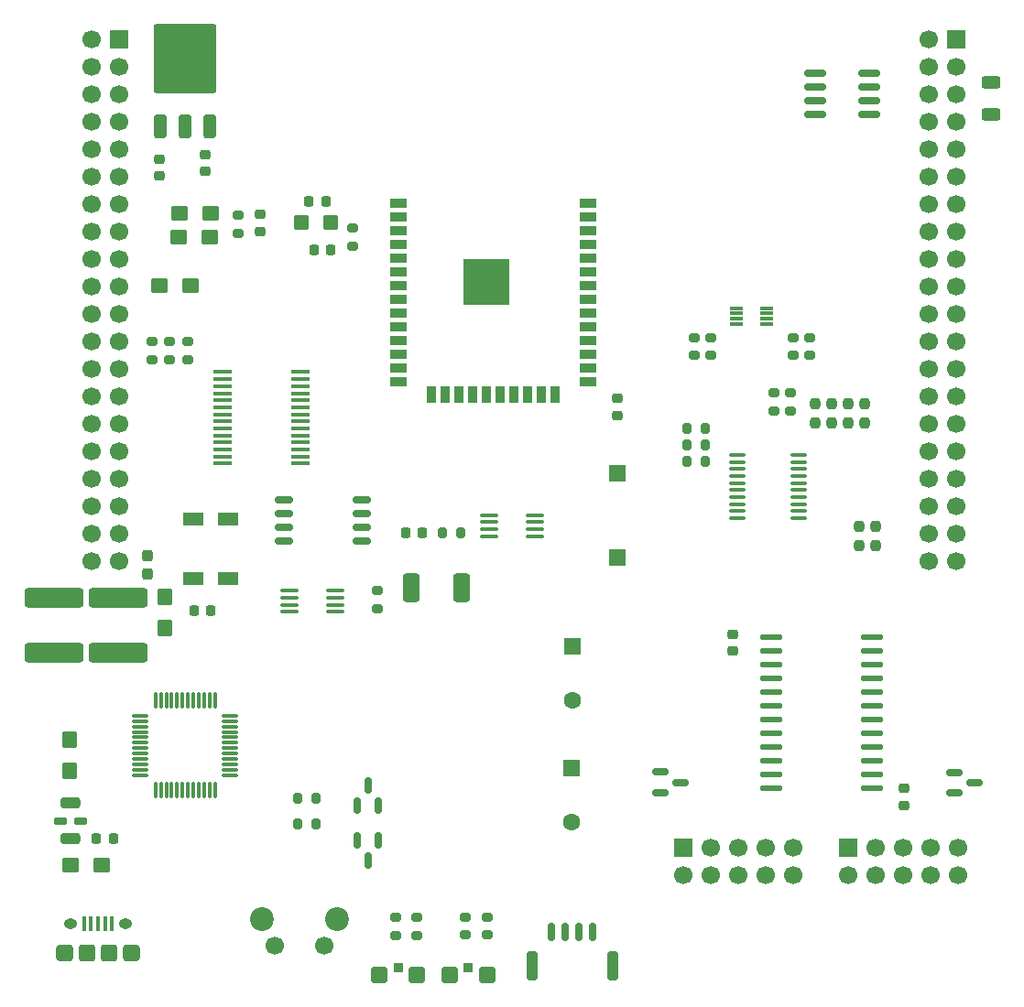
<source format=gts>
%TF.GenerationSoftware,KiCad,Pcbnew,9.0.6-9.0.6~ubuntu25.04.1*%
%TF.CreationDate,2025-12-03T21:27:17+01:00*%
%TF.ProjectId,CPU,4350552e-6b69-4636-9164-5f7063625858,V0.4*%
%TF.SameCoordinates,Original*%
%TF.FileFunction,Soldermask,Top*%
%TF.FilePolarity,Negative*%
%FSLAX46Y46*%
G04 Gerber Fmt 4.6, Leading zero omitted, Abs format (unit mm)*
G04 Created by KiCad (PCBNEW 9.0.6-9.0.6~ubuntu25.04.1) date 2025-12-03 21:27:17*
%MOMM*%
%LPD*%
G01*
G04 APERTURE LIST*
G04 Aperture macros list*
%AMRoundRect*
0 Rectangle with rounded corners*
0 $1 Rounding radius*
0 $2 $3 $4 $5 $6 $7 $8 $9 X,Y pos of 4 corners*
0 Add a 4 corners polygon primitive as box body*
4,1,4,$2,$3,$4,$5,$6,$7,$8,$9,$2,$3,0*
0 Add four circle primitives for the rounded corners*
1,1,$1+$1,$2,$3*
1,1,$1+$1,$4,$5*
1,1,$1+$1,$6,$7*
1,1,$1+$1,$8,$9*
0 Add four rect primitives between the rounded corners*
20,1,$1+$1,$2,$3,$4,$5,0*
20,1,$1+$1,$4,$5,$6,$7,0*
20,1,$1+$1,$6,$7,$8,$9,0*
20,1,$1+$1,$8,$9,$2,$3,0*%
G04 Aperture macros list end*
%ADD10RoundRect,0.225000X-0.250000X0.225000X-0.250000X-0.225000X0.250000X-0.225000X0.250000X0.225000X0*%
%ADD11R,1.900000X1.300000*%
%ADD12RoundRect,0.200000X0.275000X-0.200000X0.275000X0.200000X-0.275000X0.200000X-0.275000X-0.200000X0*%
%ADD13RoundRect,0.250000X0.457500X0.445000X-0.457500X0.445000X-0.457500X-0.445000X0.457500X-0.445000X0*%
%ADD14RoundRect,0.200000X-0.200000X-0.275000X0.200000X-0.275000X0.200000X0.275000X-0.200000X0.275000X0*%
%ADD15RoundRect,0.225000X0.250000X-0.225000X0.250000X0.225000X-0.250000X0.225000X-0.250000X-0.225000X0*%
%ADD16RoundRect,0.250000X0.500000X0.500000X-0.500000X0.500000X-0.500000X-0.500000X0.500000X-0.500000X0*%
%ADD17RoundRect,0.225000X0.225000X0.225000X-0.225000X0.225000X-0.225000X-0.225000X0.225000X-0.225000X0*%
%ADD18RoundRect,0.249999X-0.512501X-1.075001X0.512501X-1.075001X0.512501X1.075001X-0.512501X1.075001X0*%
%ADD19R,1.600000X1.600000*%
%ADD20C,1.600000*%
%ADD21RoundRect,0.250000X0.445000X-0.545000X0.445000X0.545000X-0.445000X0.545000X-0.445000X-0.545000X0*%
%ADD22RoundRect,0.100000X-0.637500X-0.100000X0.637500X-0.100000X0.637500X0.100000X-0.637500X0.100000X0*%
%ADD23RoundRect,0.250000X-0.545000X-0.445000X0.545000X-0.445000X0.545000X0.445000X-0.545000X0.445000X0*%
%ADD24R,1.500000X0.900000*%
%ADD25R,0.900000X1.500000*%
%ADD26C,0.600000*%
%ADD27R,4.200000X4.200000*%
%ADD28RoundRect,0.218750X0.218750X0.256250X-0.218750X0.256250X-0.218750X-0.256250X0.218750X-0.256250X0*%
%ADD29RoundRect,0.237500X0.237500X-0.250000X0.237500X0.250000X-0.237500X0.250000X-0.237500X-0.250000X0*%
%ADD30R,1.700000X1.700000*%
%ADD31C,1.700000*%
%ADD32RoundRect,0.250000X0.350000X-0.850000X0.350000X0.850000X-0.350000X0.850000X-0.350000X-0.850000X0*%
%ADD33RoundRect,0.249997X2.650003X-2.950003X2.650003X2.950003X-2.650003X2.950003X-2.650003X-2.950003X0*%
%ADD34RoundRect,0.200000X0.200000X0.275000X-0.200000X0.275000X-0.200000X-0.275000X0.200000X-0.275000X0*%
%ADD35RoundRect,0.250000X0.625000X-0.312500X0.625000X0.312500X-0.625000X0.312500X-0.625000X-0.312500X0*%
%ADD36RoundRect,0.237500X-0.237500X0.250000X-0.237500X-0.250000X0.237500X-0.250000X0.237500X0.250000X0*%
%ADD37RoundRect,0.100000X-0.712500X-0.100000X0.712500X-0.100000X0.712500X0.100000X-0.712500X0.100000X0*%
%ADD38RoundRect,0.162500X-0.650000X-0.162500X0.650000X-0.162500X0.650000X0.162500X-0.650000X0.162500X0*%
%ADD39RoundRect,0.237500X0.237500X-0.300000X0.237500X0.300000X-0.237500X0.300000X-0.237500X-0.300000X0*%
%ADD40RoundRect,0.100000X-0.100000X-0.575000X0.100000X-0.575000X0.100000X0.575000X-0.100000X0.575000X0*%
%ADD41O,0.890000X1.550000*%
%ADD42RoundRect,0.250000X-0.475000X-0.525000X0.475000X-0.525000X0.475000X0.525000X-0.475000X0.525000X0*%
%ADD43O,1.250000X0.950000*%
%ADD44RoundRect,0.250000X-0.500000X-0.525000X0.500000X-0.525000X0.500000X0.525000X-0.500000X0.525000X0*%
%ADD45C,2.200000*%
%ADD46RoundRect,0.225000X0.225000X0.250000X-0.225000X0.250000X-0.225000X-0.250000X0.225000X-0.250000X0*%
%ADD47RoundRect,0.137500X-0.862500X-0.137500X0.862500X-0.137500X0.862500X0.137500X-0.862500X0.137500X0*%
%ADD48RoundRect,0.150000X-0.587500X-0.150000X0.587500X-0.150000X0.587500X0.150000X-0.587500X0.150000X0*%
%ADD49RoundRect,0.200000X-0.275000X0.200000X-0.275000X-0.200000X0.275000X-0.200000X0.275000X0.200000X0*%
%ADD50R,1.500000X1.500000*%
%ADD51RoundRect,0.218750X0.256250X-0.218750X0.256250X0.218750X-0.256250X0.218750X-0.256250X-0.218750X0*%
%ADD52RoundRect,0.150000X0.150000X-0.587500X0.150000X0.587500X-0.150000X0.587500X-0.150000X-0.587500X0*%
%ADD53RoundRect,0.225000X-0.225000X-0.250000X0.225000X-0.250000X0.225000X0.250000X-0.225000X0.250000X0*%
%ADD54R,1.750000X0.450000*%
%ADD55RoundRect,0.150000X-0.825000X-0.150000X0.825000X-0.150000X0.825000X0.150000X-0.825000X0.150000X0*%
%ADD56RoundRect,0.250000X-0.445000X0.545000X-0.445000X-0.545000X0.445000X-0.545000X0.445000X0.545000X0*%
%ADD57RoundRect,0.150000X-0.150000X-0.700000X0.150000X-0.700000X0.150000X0.700000X-0.150000X0.700000X0*%
%ADD58RoundRect,0.250000X-0.250000X-1.100000X0.250000X-1.100000X0.250000X1.100000X-0.250000X1.100000X0*%
%ADD59RoundRect,0.250000X-2.450000X0.650000X-2.450000X-0.650000X2.450000X-0.650000X2.450000X0.650000X0*%
%ADD60RoundRect,0.075000X0.662500X0.075000X-0.662500X0.075000X-0.662500X-0.075000X0.662500X-0.075000X0*%
%ADD61RoundRect,0.075000X0.075000X0.662500X-0.075000X0.662500X-0.075000X-0.662500X0.075000X-0.662500X0*%
%ADD62RoundRect,0.249600X0.650400X-0.270400X0.650400X0.270400X-0.650400X0.270400X-0.650400X-0.270400X0*%
%ADD63RoundRect,0.152500X0.470000X-0.152500X0.470000X0.152500X-0.470000X0.152500X-0.470000X-0.152500X0*%
%ADD64C,0.610000*%
%ADD65RoundRect,0.087500X-0.537500X-0.087500X0.537500X-0.087500X0.537500X0.087500X-0.537500X0.087500X0*%
%ADD66RoundRect,0.150000X-0.150000X0.587500X-0.150000X-0.587500X0.150000X-0.587500X0.150000X0.587500X0*%
G04 APERTURE END LIST*
D10*
%TO.C,C601*%
X170544000Y-138945000D03*
X170544000Y-140495000D03*
%TD*%
D11*
%TO.C,Y201*%
X108076800Y-119513800D03*
X108076800Y-114013800D03*
X104876800Y-114013800D03*
X104876800Y-119513800D03*
%TD*%
D12*
%TO.C,R203*%
X151138000Y-98869000D03*
X151138000Y-97219000D03*
%TD*%
%TO.C,R219*%
X160028000Y-104012000D03*
X160028000Y-102362000D03*
%TD*%
D13*
%TO.C,C402*%
X117594000Y-86620000D03*
X114889000Y-86620000D03*
%TD*%
D14*
%TO.C,R415*%
X114550000Y-142200000D03*
X116200000Y-142200000D03*
%TD*%
D15*
%TO.C,C602*%
X154746000Y-126220000D03*
X154746000Y-124670000D03*
%TD*%
D16*
%TO.C,D404*%
X125544000Y-156170000D03*
X122044000Y-156170000D03*
D17*
X123794000Y-155520000D03*
%TD*%
D18*
%TO.C,D201*%
X124969000Y-120320000D03*
X129644000Y-120320000D03*
%TD*%
D19*
%TO.C,C201*%
X139950000Y-125741067D03*
D20*
X139950000Y-130741067D03*
%TD*%
D21*
%TO.C,C408*%
X102209600Y-124045800D03*
X102209600Y-121165800D03*
%TD*%
D22*
%TO.C,U204*%
X155133500Y-108073000D03*
X155133500Y-108723000D03*
X155133500Y-109373000D03*
X155133500Y-110023000D03*
X155133500Y-110673000D03*
X155133500Y-111323000D03*
X155133500Y-111973000D03*
X155133500Y-112623000D03*
X155133500Y-113273000D03*
X155133500Y-113923000D03*
X160858500Y-113923000D03*
X160858500Y-113273000D03*
X160858500Y-112623000D03*
X160858500Y-111973000D03*
X160858500Y-111323000D03*
X160858500Y-110673000D03*
X160858500Y-110023000D03*
X160858500Y-109373000D03*
X160858500Y-108723000D03*
X160858500Y-108073000D03*
%TD*%
D14*
%TO.C,R416*%
X114550000Y-139850000D03*
X116200000Y-139850000D03*
%TD*%
D10*
%TO.C,C302*%
X105926000Y-80302000D03*
X105926000Y-81852000D03*
%TD*%
D23*
%TO.C,C306*%
X93513000Y-146024600D03*
X96393000Y-146024600D03*
%TD*%
D12*
%TO.C,R220*%
X158504000Y-104012000D03*
X158504000Y-102362000D03*
%TD*%
%TO.C,R401*%
X119594000Y-88770000D03*
X119594000Y-87120000D03*
%TD*%
D24*
%TO.C,U401*%
X123844000Y-84770000D03*
X123844000Y-86040000D03*
X123844000Y-87310000D03*
X123844000Y-88580000D03*
X123844000Y-89850000D03*
X123844000Y-91120000D03*
X123844000Y-92390000D03*
X123844000Y-93660000D03*
X123844000Y-94930000D03*
X123844000Y-96200000D03*
X123844000Y-97470000D03*
X123844000Y-98740000D03*
X123844000Y-100010000D03*
X123844000Y-101280000D03*
D25*
X126884000Y-102530000D03*
X128154000Y-102530000D03*
X129424000Y-102530000D03*
X130694000Y-102530000D03*
X131964000Y-102530000D03*
X133234000Y-102530000D03*
X134504000Y-102530000D03*
X135774000Y-102530000D03*
X137044000Y-102530000D03*
X138314000Y-102530000D03*
D24*
X141344000Y-101280000D03*
X141344000Y-100010000D03*
X141344000Y-98740000D03*
X141344000Y-97470000D03*
X141344000Y-96200000D03*
X141344000Y-94930000D03*
X141344000Y-93660000D03*
X141344000Y-92390000D03*
X141344000Y-91120000D03*
X141344000Y-89850000D03*
X141344000Y-88580000D03*
X141344000Y-87310000D03*
X141344000Y-86040000D03*
X141344000Y-84770000D03*
D26*
X130389000Y-91347500D03*
X130389000Y-92872500D03*
X131151500Y-90585000D03*
X131151500Y-92110000D03*
X131151500Y-93635000D03*
X131914000Y-91347500D03*
D27*
X131914000Y-92110000D03*
D26*
X131914000Y-92872500D03*
X132676500Y-90585000D03*
X132676500Y-92110000D03*
X132676500Y-93635000D03*
X133439000Y-91347500D03*
X133439000Y-92872500D03*
%TD*%
D28*
%TO.C,D202*%
X126043000Y-115316000D03*
X124468000Y-115316000D03*
%TD*%
D29*
%TO.C,R217*%
X167902000Y-116482500D03*
X167902000Y-114657500D03*
%TD*%
D30*
%TO.C,J602*%
X150154000Y-144445000D03*
D31*
X150154000Y-146985000D03*
X152694000Y-144445000D03*
X152694000Y-146985000D03*
X155234000Y-144445000D03*
X155234000Y-146985000D03*
X157774000Y-144445000D03*
X157774000Y-146985000D03*
X160314000Y-144445000D03*
X160314000Y-146985000D03*
%TD*%
D12*
%TO.C,R411*%
X130032500Y-152467000D03*
X130032500Y-150817000D03*
%TD*%
D14*
%TO.C,R204*%
X127898000Y-115316000D03*
X129548000Y-115316000D03*
%TD*%
D32*
%TO.C,U301*%
X101836500Y-77720000D03*
X104116500Y-77720000D03*
D33*
X104116500Y-71420000D03*
D32*
X106396500Y-77720000D03*
%TD*%
D12*
%TO.C,R301*%
X109006000Y-87577000D03*
X109006000Y-85927000D03*
%TD*%
D34*
%TO.C,R214*%
X152154000Y-105664000D03*
X150504000Y-105664000D03*
%TD*%
D35*
%TO.C,R410*%
X178570000Y-76585000D03*
X178570000Y-73660000D03*
%TD*%
D16*
%TO.C,D403*%
X132044000Y-156157500D03*
X128544000Y-156157500D03*
D17*
X130294000Y-155507500D03*
%TD*%
D36*
%TO.C,R209*%
X163838000Y-103331000D03*
X163838000Y-105156000D03*
%TD*%
D37*
%TO.C,U201*%
X132231500Y-113645000D03*
X132231500Y-114295000D03*
X132231500Y-114945000D03*
X132231500Y-115595000D03*
X136456500Y-115595000D03*
X136456500Y-114945000D03*
X136456500Y-114295000D03*
X136456500Y-113645000D03*
%TD*%
D38*
%TO.C,U207*%
X113256500Y-112215000D03*
X113256500Y-113485000D03*
X113256500Y-114755000D03*
X113256500Y-116025000D03*
X120431500Y-116025000D03*
X120431500Y-114755000D03*
X120431500Y-113485000D03*
X120431500Y-112215000D03*
%TD*%
D34*
%TO.C,R218*%
X152154000Y-108712000D03*
X150504000Y-108712000D03*
%TD*%
%TO.C,R216*%
X152154000Y-107188000D03*
X150504000Y-107188000D03*
%TD*%
D12*
%TO.C,R413*%
X123544000Y-152495000D03*
X123544000Y-150845000D03*
%TD*%
D36*
%TO.C,R211*%
X165362000Y-103331000D03*
X165362000Y-105156000D03*
%TD*%
D23*
%TO.C,C301*%
X103564000Y-85720000D03*
X106444000Y-85720000D03*
%TD*%
D39*
%TO.C,C410*%
X100660200Y-119098400D03*
X100660200Y-117373400D03*
%TD*%
D12*
%TO.C,R412*%
X132044000Y-152482500D03*
X132044000Y-150832500D03*
%TD*%
D40*
%TO.C,J101*%
X94752000Y-151409400D03*
X95402000Y-151409400D03*
X96052000Y-151409400D03*
X96702000Y-151409400D03*
X97352000Y-151409400D03*
D41*
X92552000Y-154109400D03*
D42*
X93027000Y-154109400D03*
D43*
X93552000Y-151409400D03*
D44*
X95052000Y-154109400D03*
X97052000Y-154109400D03*
D43*
X98552000Y-151409400D03*
D42*
X99077000Y-154109400D03*
D41*
X99552000Y-154109400D03*
%TD*%
D10*
%TO.C,C404*%
X144026000Y-102857000D03*
X144026000Y-104407000D03*
%TD*%
D45*
%TO.C,SW102*%
X118174000Y-150990000D03*
X111174000Y-150990000D03*
D31*
X116924000Y-153490000D03*
X112424000Y-153490000D03*
%TD*%
D46*
%TO.C,C401*%
X117594000Y-89120000D03*
X116044000Y-89120000D03*
%TD*%
D37*
%TO.C,U203*%
X113731500Y-120645000D03*
X113731500Y-121295000D03*
X113731500Y-121945000D03*
X113731500Y-122595000D03*
X117956500Y-122595000D03*
X117956500Y-121945000D03*
X117956500Y-121295000D03*
X117956500Y-120645000D03*
%TD*%
D47*
%TO.C,U601*%
X158317500Y-124924000D03*
X158317500Y-126194000D03*
X158317500Y-127464000D03*
X158317500Y-128734000D03*
X158317500Y-130004000D03*
X158317500Y-131274000D03*
X158317500Y-132544000D03*
X158317500Y-133814000D03*
X158317500Y-135084000D03*
X158317500Y-136354000D03*
X158317500Y-137624000D03*
X158317500Y-138894000D03*
X167617500Y-138894000D03*
X167617500Y-137624000D03*
X167617500Y-136354000D03*
X167617500Y-135084000D03*
X167617500Y-133814000D03*
X167617500Y-132544000D03*
X167617500Y-131274000D03*
X167617500Y-130004000D03*
X167617500Y-128734000D03*
X167617500Y-127464000D03*
X167617500Y-126194000D03*
X167617500Y-124924000D03*
%TD*%
D48*
%TO.C,Q602*%
X148006500Y-137420000D03*
X148006500Y-139320000D03*
X149881500Y-138370000D03*
%TD*%
%TO.C,Q601*%
X175223000Y-137436000D03*
X175223000Y-139336000D03*
X177098000Y-138386000D03*
%TD*%
D12*
%TO.C,R206*%
X160282000Y-98869000D03*
X160282000Y-97219000D03*
%TD*%
D46*
%TO.C,C403*%
X117094000Y-84620000D03*
X115544000Y-84620000D03*
%TD*%
D49*
%TO.C,R201*%
X121894000Y-120645000D03*
X121894000Y-122295000D03*
%TD*%
D50*
%TO.C,SW101*%
X144026000Y-117602000D03*
X144026000Y-109802000D03*
%TD*%
D51*
%TO.C,D301*%
X111006000Y-87427000D03*
X111006000Y-85852000D03*
%TD*%
D12*
%TO.C,R210*%
X102674000Y-99247000D03*
X102674000Y-97597000D03*
%TD*%
D29*
%TO.C,R215*%
X166378000Y-116482500D03*
X166378000Y-114657500D03*
%TD*%
D19*
%TO.C,C202*%
X139850000Y-137050000D03*
D20*
X139850000Y-142050000D03*
%TD*%
D52*
%TO.C,Q401*%
X120050000Y-140550000D03*
X121950000Y-140550000D03*
X121000000Y-138675000D03*
%TD*%
D12*
%TO.C,R212*%
X104325000Y-99247000D03*
X104325000Y-97597000D03*
%TD*%
D53*
%TO.C,C203*%
X104952800Y-122478800D03*
X106502800Y-122478800D03*
%TD*%
D36*
%TO.C,R208*%
X162314000Y-103331000D03*
X162314000Y-105156000D03*
%TD*%
D54*
%TO.C,U205*%
X114783000Y-108870000D03*
X114783000Y-108220000D03*
X114783000Y-107570000D03*
X114783000Y-106920000D03*
X114783000Y-106270000D03*
X114783000Y-105620000D03*
X114783000Y-104970000D03*
X114783000Y-104320000D03*
X114783000Y-103670000D03*
X114783000Y-103020000D03*
X114783000Y-102370000D03*
X114783000Y-101720000D03*
X114783000Y-101070000D03*
X114783000Y-100420000D03*
X107583000Y-100420000D03*
X107583000Y-101070000D03*
X107583000Y-101720000D03*
X107583000Y-102370000D03*
X107583000Y-103020000D03*
X107583000Y-103670000D03*
X107583000Y-104320000D03*
X107583000Y-104970000D03*
X107583000Y-105620000D03*
X107583000Y-106270000D03*
X107583000Y-106920000D03*
X107583000Y-107570000D03*
X107583000Y-108220000D03*
X107583000Y-108870000D03*
%TD*%
D23*
%TO.C,C304*%
X101764000Y-92420000D03*
X104644000Y-92420000D03*
%TD*%
D55*
%TO.C,U403*%
X162379000Y-72771000D03*
X162379000Y-74041000D03*
X162379000Y-75311000D03*
X162379000Y-76581000D03*
X167329000Y-76581000D03*
X167329000Y-75311000D03*
X167329000Y-74041000D03*
X167329000Y-72771000D03*
%TD*%
D56*
%TO.C,C409*%
X93446600Y-134424600D03*
X93446600Y-137304600D03*
%TD*%
D57*
%TO.C,J102*%
X137994000Y-152170000D03*
X139244000Y-152170000D03*
X140494000Y-152170000D03*
X141744000Y-152170000D03*
D58*
X136144000Y-155370000D03*
X143594000Y-155370000D03*
%TD*%
D59*
%TO.C,L401*%
X97942400Y-121275000D03*
X97942400Y-126375000D03*
%TD*%
D60*
%TO.C,U402*%
X108273100Y-137697950D03*
X108273100Y-137197950D03*
X108273100Y-136697950D03*
X108273100Y-136197950D03*
X108273100Y-135697950D03*
X108273100Y-135197950D03*
X108273100Y-134697950D03*
X108273100Y-134197950D03*
X108273100Y-133697950D03*
X108273100Y-133197950D03*
X108273100Y-132697950D03*
X108273100Y-132197950D03*
D61*
X106860600Y-130785450D03*
X106360600Y-130785450D03*
X105860600Y-130785450D03*
X105360600Y-130785450D03*
X104860600Y-130785450D03*
X104360600Y-130785450D03*
X103860600Y-130785450D03*
X103360600Y-130785450D03*
X102860600Y-130785450D03*
X102360600Y-130785450D03*
X101860600Y-130785450D03*
X101360600Y-130785450D03*
D60*
X99948100Y-132197950D03*
X99948100Y-132697950D03*
X99948100Y-133197950D03*
X99948100Y-133697950D03*
X99948100Y-134197950D03*
X99948100Y-134697950D03*
X99948100Y-135197950D03*
X99948100Y-135697950D03*
X99948100Y-136197950D03*
X99948100Y-136697950D03*
X99948100Y-137197950D03*
X99948100Y-137697950D03*
D61*
X101360600Y-139110450D03*
X101860600Y-139110450D03*
X102360600Y-139110450D03*
X102860600Y-139110450D03*
X103360600Y-139110450D03*
X103860600Y-139110450D03*
X104360600Y-139110450D03*
X104860600Y-139110450D03*
X105360600Y-139110450D03*
X105860600Y-139110450D03*
X106360600Y-139110450D03*
X106860600Y-139110450D03*
%TD*%
D62*
%TO.C,FL301*%
X93509700Y-143534800D03*
D63*
X94437200Y-141909800D03*
D64*
X94614700Y-141909800D03*
D62*
X93509700Y-140284800D03*
D64*
X92404700Y-141909800D03*
D63*
X92582200Y-141909800D03*
%TD*%
D65*
%TO.C,U202*%
X155072000Y-94500000D03*
X155072000Y-95000000D03*
X155072000Y-95500000D03*
X155072000Y-96000000D03*
X157872000Y-96000000D03*
X157872000Y-95500000D03*
X157872000Y-95000000D03*
X157872000Y-94500000D03*
%TD*%
D12*
%TO.C,R207*%
X101023000Y-99247000D03*
X101023000Y-97597000D03*
%TD*%
%TO.C,R414*%
X125544000Y-152495000D03*
X125544000Y-150845000D03*
%TD*%
D30*
%TO.C,J501*%
X97984000Y-69620000D03*
D31*
X95444000Y-69620000D03*
X97984000Y-72160000D03*
X95444000Y-72160000D03*
X97984000Y-74700000D03*
X95444000Y-74700000D03*
X97984000Y-77240000D03*
X95444000Y-77240000D03*
X97984000Y-79780000D03*
X95444000Y-79780000D03*
X97984000Y-82320000D03*
X95444000Y-82320000D03*
X97984000Y-84860000D03*
X95444000Y-84860000D03*
X97984000Y-87400000D03*
X95444000Y-87400000D03*
X97984000Y-89940000D03*
X95444000Y-89940000D03*
X97984000Y-92480000D03*
X95444000Y-92480000D03*
X97984000Y-95020000D03*
X95444000Y-95020000D03*
X97984000Y-97560000D03*
X95444000Y-97560000D03*
X97984000Y-100100000D03*
X95444000Y-100100000D03*
X97984000Y-102640000D03*
X95444000Y-102640000D03*
X97984000Y-105180000D03*
X95444000Y-105180000D03*
X97984000Y-107720000D03*
X95444000Y-107720000D03*
X97984000Y-110260000D03*
X95444000Y-110260000D03*
X97984000Y-112800000D03*
X95444000Y-112800000D03*
X97984000Y-115340000D03*
X95444000Y-115340000D03*
X97984000Y-117880000D03*
X95444000Y-117880000D03*
%TD*%
D23*
%TO.C,C305*%
X103514000Y-87920000D03*
X106394000Y-87920000D03*
%TD*%
D36*
%TO.C,R213*%
X166886000Y-103331000D03*
X166886000Y-105156000D03*
%TD*%
D53*
%TO.C,C307*%
X95909800Y-143560800D03*
X97459800Y-143560800D03*
%TD*%
D30*
%TO.C,J601*%
X165394000Y-144445000D03*
D31*
X165394000Y-146985000D03*
X167934000Y-144445000D03*
X167934000Y-146985000D03*
X170474000Y-144445000D03*
X170474000Y-146985000D03*
X173014000Y-144445000D03*
X173014000Y-146985000D03*
X175554000Y-144445000D03*
X175554000Y-146985000D03*
%TD*%
D12*
%TO.C,R202*%
X152662000Y-98869000D03*
X152662000Y-97219000D03*
%TD*%
D66*
%TO.C,Q402*%
X121950000Y-143750000D03*
X120050000Y-143750000D03*
X121000000Y-145625000D03*
%TD*%
D12*
%TO.C,R205*%
X161806000Y-98869000D03*
X161806000Y-97219000D03*
%TD*%
D59*
%TO.C,L402*%
X91948000Y-121275000D03*
X91948000Y-126375000D03*
%TD*%
D30*
%TO.C,J502*%
X175344000Y-69620000D03*
D31*
X172804000Y-69620000D03*
X175344000Y-72160000D03*
X172804000Y-72160000D03*
X175344000Y-74700000D03*
X172804000Y-74700000D03*
X175344000Y-77240000D03*
X172804000Y-77240000D03*
X175344000Y-79780000D03*
X172804000Y-79780000D03*
X175344000Y-82320000D03*
X172804000Y-82320000D03*
X175344000Y-84860000D03*
X172804000Y-84860000D03*
X175344000Y-87400000D03*
X172804000Y-87400000D03*
X175344000Y-89940000D03*
X172804000Y-89940000D03*
X175344000Y-92480000D03*
X172804000Y-92480000D03*
X175344000Y-95020000D03*
X172804000Y-95020000D03*
X175344000Y-97560000D03*
X172804000Y-97560000D03*
X175344000Y-100100000D03*
X172804000Y-100100000D03*
X175344000Y-102640000D03*
X172804000Y-102640000D03*
X175344000Y-105180000D03*
X172804000Y-105180000D03*
X175344000Y-107720000D03*
X172804000Y-107720000D03*
X175344000Y-110260000D03*
X172804000Y-110260000D03*
X175344000Y-112800000D03*
X172804000Y-112800000D03*
X175344000Y-115340000D03*
X172804000Y-115340000D03*
X175344000Y-117880000D03*
X172804000Y-117880000D03*
%TD*%
D15*
%TO.C,C303*%
X101744000Y-82270000D03*
X101744000Y-80720000D03*
%TD*%
M02*

</source>
